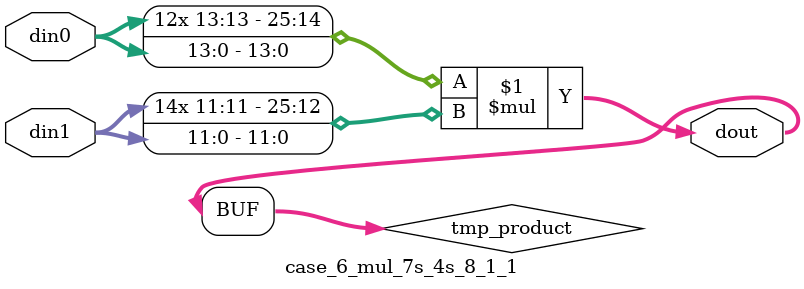
<source format=v>

`timescale 1 ns / 1 ps

 module case_6_mul_7s_4s_8_1_1(din0, din1, dout);
parameter ID = 1;
parameter NUM_STAGE = 0;
parameter din0_WIDTH = 14;
parameter din1_WIDTH = 12;
parameter dout_WIDTH = 26;

input [din0_WIDTH - 1 : 0] din0; 
input [din1_WIDTH - 1 : 0] din1; 
output [dout_WIDTH - 1 : 0] dout;

wire signed [dout_WIDTH - 1 : 0] tmp_product;



























assign tmp_product = $signed(din0) * $signed(din1);








assign dout = tmp_product;





















endmodule

</source>
